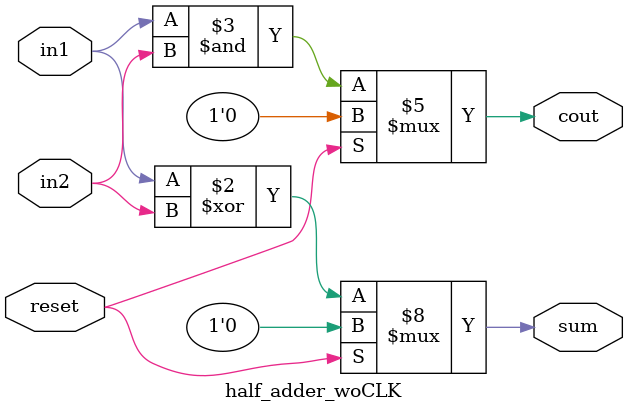
<source format=v>
module half_adder_woCLK(
    input reset,   // 保留复位端口
    input in1,
    input in2,
    output reg sum,
    output reg cout
);

// 组合逻辑always块：敏感列表包含reset、in1、in2（或用@(*)自动包含）
always @(*) begin
    if (reset) begin
        sum = 1'b0;    // 复位有效时，输出置0
        cout = 1'b0;
    end else begin
        sum = in1 ^ in2;  // 复位无效时，执行半加器逻辑
        cout = in1 & in2;
    end
end

endmodule
</source>
